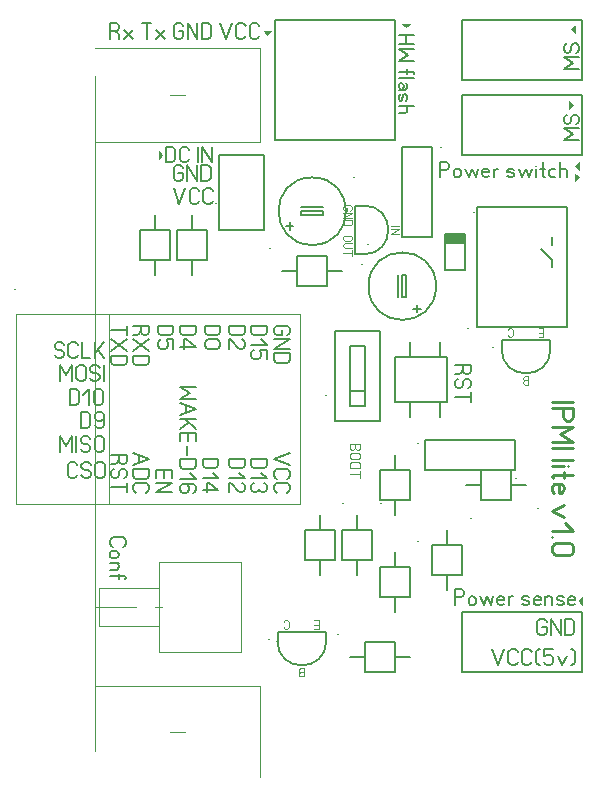
<source format=gbr>
%FSLAX34Y34*%
%MOMM*%
%LNCOPPER_BOTTOM*%
G71*
G01*
%ADD10C, 0.10*%
%ADD11C, 0.17*%
%ADD12C, 0.21*%
%ADD13C, 0.20*%
%ADD14C, 0.15*%
%ADD15C, 0.17*%
%ADD16C, 0.09*%
%ADD17C, 0.11*%
%ADD18C, 0.22*%
%LPD*%
G54D10*
X95250Y923925D02*
X95250Y352425D01*
G54D10*
X158750Y908050D02*
X171450Y908050D01*
G54D10*
X158750Y368300D02*
X171450Y368300D01*
G54D10*
X95250Y474662D02*
X130175Y474662D01*
G54D10*
X269116Y722296D02*
X269116Y561958D01*
X28609Y561958D01*
X28609Y722296D01*
X269116Y722296D01*
G54D10*
X107191Y722296D02*
X107191Y562752D01*
X107984Y561958D01*
G54D11*
X253595Y708733D02*
X253595Y704733D01*
X249428Y704733D01*
X247761Y705733D01*
X246928Y707733D01*
X246928Y709733D01*
X247761Y711733D01*
X249428Y712733D01*
X257761Y712733D01*
X259428Y711733D01*
X260261Y709733D01*
X260261Y707733D01*
X259428Y705733D01*
X257761Y704733D01*
G54D11*
X246928Y701033D02*
X260261Y701033D01*
X246928Y693033D01*
X260261Y693033D01*
G54D11*
X246928Y689333D02*
X260261Y689333D01*
X260261Y684333D01*
X259428Y682333D01*
X257761Y681333D01*
X249428Y681333D01*
X247761Y682333D01*
X246928Y684333D01*
X246928Y689333D01*
G54D11*
X227878Y712733D02*
X241211Y712733D01*
X241211Y707733D01*
X240378Y705733D01*
X238711Y704733D01*
X230378Y704733D01*
X228711Y705733D01*
X227878Y707733D01*
X227878Y712733D01*
G54D11*
X236211Y701033D02*
X241211Y696033D01*
X227878Y696033D01*
G54D11*
X241211Y684333D02*
X241211Y692333D01*
X235378Y692333D01*
X235378Y691333D01*
X236211Y689333D01*
X236211Y687333D01*
X235378Y685333D01*
X233711Y684333D01*
X230378Y684333D01*
X228711Y685333D01*
X227878Y687333D01*
X227878Y689333D01*
X228711Y691333D01*
X230378Y692333D01*
G54D11*
X208828Y712733D02*
X222161Y712733D01*
X222161Y707733D01*
X221328Y705733D01*
X219661Y704733D01*
X211328Y704733D01*
X209661Y705733D01*
X208828Y707733D01*
X208828Y712733D01*
G54D11*
X208828Y693033D02*
X208828Y701033D01*
X209661Y701033D01*
X211328Y700033D01*
X216328Y694033D01*
X217995Y693033D01*
X219661Y693033D01*
X221328Y694033D01*
X222161Y696033D01*
X222161Y698033D01*
X221328Y700033D01*
X219661Y701033D01*
G54D11*
X188191Y712733D02*
X201524Y712733D01*
X201524Y707733D01*
X200691Y705733D01*
X199024Y704733D01*
X190691Y704733D01*
X189024Y705733D01*
X188191Y707733D01*
X188191Y712733D01*
G54D11*
X199024Y693033D02*
X190691Y693033D01*
X189024Y694033D01*
X188191Y696033D01*
X188191Y698033D01*
X189024Y700033D01*
X190691Y701033D01*
X199024Y701033D01*
X200691Y700033D01*
X201524Y698033D01*
X201524Y696033D01*
X200691Y694033D01*
X199024Y693033D01*
G54D11*
X167553Y712733D02*
X180886Y712733D01*
X180886Y707733D01*
X180053Y705733D01*
X178386Y704733D01*
X170053Y704733D01*
X168386Y705733D01*
X167553Y707733D01*
X167553Y712733D01*
G54D11*
X167553Y695033D02*
X180886Y695033D01*
X172553Y701033D01*
X170886Y701033D01*
X170886Y693033D01*
G54D11*
X134532Y708733D02*
X132866Y705733D01*
X131199Y704733D01*
X127866Y704733D01*
G54D11*
X127866Y712733D02*
X141199Y712733D01*
X141199Y707733D01*
X140366Y705733D01*
X138699Y704733D01*
X137032Y704733D01*
X135366Y705733D01*
X134532Y707733D01*
X134532Y712733D01*
G54D11*
X141199Y701033D02*
X127866Y691033D01*
G54D11*
X127866Y701033D02*
X141199Y691033D01*
G54D11*
X127866Y687333D02*
X141199Y687333D01*
X141199Y682333D01*
X140366Y680333D01*
X138699Y679333D01*
X130366Y679333D01*
X128699Y680333D01*
X127866Y682333D01*
X127866Y687333D01*
G54D11*
X108816Y708733D02*
X122149Y708733D01*
G54D11*
X122149Y712733D02*
X122149Y704733D01*
G54D11*
X122149Y701033D02*
X108816Y691033D01*
G54D11*
X108816Y701033D02*
X122149Y691033D01*
G54D11*
X108816Y687333D02*
X122149Y687333D01*
X122149Y682333D01*
X121316Y680333D01*
X119649Y679333D01*
X111316Y679333D01*
X109649Y680333D01*
X108816Y682333D01*
X108816Y687333D01*
G54D11*
X148503Y712733D02*
X161836Y712733D01*
X161836Y707733D01*
X161003Y705733D01*
X159336Y704733D01*
X151003Y704733D01*
X149336Y705733D01*
X148503Y707733D01*
X148503Y712733D01*
G54D11*
X161836Y693033D02*
X161836Y701033D01*
X156003Y701033D01*
X156003Y700033D01*
X156836Y698033D01*
X156836Y696033D01*
X156003Y694033D01*
X154336Y693033D01*
X151003Y693033D01*
X149336Y694033D01*
X148503Y696033D01*
X148503Y698033D01*
X149336Y700033D01*
X151003Y701033D01*
G54D11*
X260261Y604783D02*
X246928Y599783D01*
X260261Y594783D01*
G54D11*
X249428Y583083D02*
X247761Y584083D01*
X246928Y586083D01*
X246928Y588083D01*
X247761Y590083D01*
X249428Y591083D01*
X257761Y591083D01*
X259428Y590083D01*
X260261Y588083D01*
X260261Y586083D01*
X259428Y584083D01*
X257761Y583083D01*
G54D11*
X249428Y571383D02*
X247761Y572383D01*
X246928Y574383D01*
X246928Y576383D01*
X247761Y578383D01*
X249428Y579383D01*
X257761Y579383D01*
X259428Y578383D01*
X260261Y576383D01*
X260261Y574383D01*
X259428Y572383D01*
X257761Y571383D01*
G54D11*
X227878Y600021D02*
X241211Y600021D01*
X241211Y595021D01*
X240378Y593021D01*
X238711Y592021D01*
X230378Y592021D01*
X228711Y593021D01*
X227878Y595021D01*
X227878Y600021D01*
G54D11*
X236211Y588321D02*
X241211Y583321D01*
X227878Y583321D01*
G54D11*
X238711Y579621D02*
X240378Y578621D01*
X241211Y576621D01*
X241211Y574621D01*
X240378Y572621D01*
X238711Y571621D01*
X237045Y571621D01*
X235378Y572621D01*
X234545Y574621D01*
X233711Y572621D01*
X232045Y571621D01*
X230378Y571621D01*
X228711Y572621D01*
X227878Y574621D01*
X227878Y576621D01*
X228711Y578621D01*
X230378Y579621D01*
G54D11*
X208828Y600021D02*
X222161Y600021D01*
X222161Y595021D01*
X221328Y593021D01*
X219661Y592021D01*
X211328Y592021D01*
X209661Y593021D01*
X208828Y595021D01*
X208828Y600021D01*
G54D11*
X217161Y588321D02*
X222161Y583321D01*
X208828Y583321D01*
G54D11*
X208828Y571621D02*
X208828Y579621D01*
X209661Y579621D01*
X211328Y578621D01*
X216328Y572621D01*
X217995Y571621D01*
X219661Y571621D01*
X221328Y572621D01*
X222161Y574621D01*
X222161Y576621D01*
X221328Y578621D01*
X219661Y579621D01*
G54D11*
X186603Y600021D02*
X199936Y600021D01*
X199936Y595021D01*
X199103Y593021D01*
X197436Y592021D01*
X189103Y592021D01*
X187436Y593021D01*
X186603Y595021D01*
X186603Y600021D01*
G54D11*
X194936Y588321D02*
X199936Y583321D01*
X186603Y583321D01*
G54D11*
X186603Y573621D02*
X199936Y573621D01*
X191603Y579621D01*
X189936Y579621D01*
X189936Y571621D01*
G54D11*
X180886Y660933D02*
X167553Y660933D01*
X175886Y655933D01*
X167553Y650933D01*
X180886Y650933D01*
G54D11*
X167553Y647233D02*
X180886Y642233D01*
X167553Y637233D01*
G54D11*
X172553Y645233D02*
X172553Y639233D01*
G54D11*
X167553Y633533D02*
X180886Y633533D01*
G54D11*
X171720Y633533D02*
X180886Y625533D01*
G54D11*
X174220Y630533D02*
X167553Y625533D01*
G54D11*
X167553Y614833D02*
X167553Y621833D01*
X180886Y621833D01*
X180886Y614833D01*
G54D11*
X174220Y621833D02*
X174220Y614833D01*
G54D11*
X173386Y611133D02*
X173386Y603133D01*
G54D11*
X167553Y599433D02*
X180886Y599433D01*
X180886Y594433D01*
X180053Y592433D01*
X178386Y591433D01*
X170053Y591433D01*
X168386Y592433D01*
X167553Y594433D01*
X167553Y599433D01*
G54D11*
X175886Y587733D02*
X180886Y582733D01*
X167553Y582733D01*
G54D11*
X178386Y571033D02*
X180053Y572033D01*
X180886Y574033D01*
X180886Y576033D01*
X180053Y578033D01*
X178386Y579033D01*
X174220Y579033D01*
X173386Y579033D01*
X175053Y576033D01*
X175053Y574033D01*
X174220Y572033D01*
X172553Y571033D01*
X170053Y571033D01*
X168386Y572033D01*
X167553Y574033D01*
X167553Y576033D01*
X168386Y578033D01*
X170053Y579033D01*
X174220Y579033D01*
G54D11*
X146916Y583496D02*
X146916Y590496D01*
X160249Y590496D01*
X160249Y583496D01*
G54D11*
X153582Y590496D02*
X153582Y583496D01*
G54D11*
X146916Y579796D02*
X160249Y579796D01*
X146916Y571796D01*
X160249Y571796D01*
G54D11*
X127866Y604783D02*
X141199Y599783D01*
X127866Y594783D01*
G54D11*
X132866Y602783D02*
X132866Y596783D01*
G54D11*
X127866Y591083D02*
X141199Y591083D01*
X141199Y586083D01*
X140366Y584083D01*
X138699Y583083D01*
X130366Y583083D01*
X128699Y584083D01*
X127866Y586083D01*
X127866Y591083D01*
G54D11*
X130366Y571383D02*
X128699Y572383D01*
X127866Y574383D01*
X127866Y576383D01*
X128699Y578383D01*
X130366Y579383D01*
X138699Y579383D01*
X140366Y578383D01*
X141199Y576383D01*
X141199Y574383D01*
X140366Y572383D01*
X138699Y571383D01*
G54D11*
X115482Y599196D02*
X113816Y596196D01*
X112149Y595196D01*
X108816Y595196D01*
G54D11*
X108816Y603196D02*
X122149Y603196D01*
X122149Y598196D01*
X121316Y596196D01*
X119649Y595196D01*
X117982Y595196D01*
X116316Y596196D01*
X115482Y598196D01*
X115482Y603196D01*
G54D11*
X111316Y591496D02*
X109649Y590496D01*
X108816Y588496D01*
X108816Y586496D01*
X109649Y584496D01*
X111316Y583496D01*
X112982Y583496D01*
X114649Y584496D01*
X115482Y586496D01*
X115482Y588496D01*
X116316Y590496D01*
X117982Y591496D01*
X119649Y591496D01*
X121316Y590496D01*
X122149Y588496D01*
X122149Y586496D01*
X121316Y584496D01*
X119649Y583496D01*
G54D11*
X108816Y575796D02*
X122149Y575796D01*
G54D11*
X122149Y579796D02*
X122149Y571796D01*
G54D11*
X61191Y687646D02*
X62191Y685979D01*
X64191Y685146D01*
X66191Y685146D01*
X68191Y685979D01*
X69191Y687646D01*
X69191Y689312D01*
X68191Y690979D01*
X66191Y691812D01*
X64191Y691812D01*
X62191Y692646D01*
X61191Y694312D01*
X61191Y695979D01*
X62191Y697646D01*
X64191Y698479D01*
X66191Y698479D01*
X68191Y697646D01*
X69191Y695979D01*
G54D11*
X80891Y687646D02*
X79891Y685979D01*
X77891Y685146D01*
X75891Y685146D01*
X73891Y685979D01*
X72891Y687646D01*
X72891Y695979D01*
X73891Y697646D01*
X75891Y698479D01*
X77891Y698479D01*
X79891Y697646D01*
X80891Y695979D01*
G54D11*
X84591Y698479D02*
X84591Y685146D01*
X91591Y685146D01*
G54D11*
X95291Y685146D02*
X95291Y698479D01*
G54D11*
X95291Y689312D02*
X103291Y698479D01*
G54D11*
X98291Y691812D02*
X103291Y685146D01*
G54D11*
X65953Y666096D02*
X65953Y679429D01*
X70953Y671096D01*
X75953Y679429D01*
X75953Y666096D01*
G54D11*
X87653Y676929D02*
X87653Y668596D01*
X86653Y666929D01*
X84653Y666096D01*
X82653Y666096D01*
X80653Y666929D01*
X79653Y668596D01*
X79653Y676929D01*
X80653Y678596D01*
X82653Y679429D01*
X84653Y679429D01*
X86653Y678596D01*
X87653Y676929D01*
G54D11*
X91353Y668596D02*
X92353Y666929D01*
X94353Y666096D01*
X96353Y666096D01*
X98353Y666929D01*
X99353Y668596D01*
X99353Y670262D01*
X98353Y671929D01*
X96353Y672762D01*
X94353Y672762D01*
X92353Y673596D01*
X91353Y675262D01*
X91353Y676929D01*
X92353Y678596D01*
X94353Y679429D01*
X96353Y679429D01*
X98353Y678596D01*
X99353Y676929D01*
G54D11*
X103053Y666096D02*
X103053Y679429D01*
G54D11*
X73891Y645458D02*
X73891Y658792D01*
X78891Y658792D01*
X80891Y657958D01*
X81891Y656292D01*
X81891Y647958D01*
X80891Y646292D01*
X78891Y645458D01*
X73891Y645458D01*
G54D11*
X85591Y653792D02*
X90591Y658792D01*
X90591Y645458D01*
G54D11*
X102291Y656292D02*
X102291Y647958D01*
X101291Y646292D01*
X99291Y645458D01*
X97291Y645458D01*
X95291Y646292D01*
X94291Y647958D01*
X94291Y656292D01*
X95291Y657958D01*
X97291Y658792D01*
X99291Y658792D01*
X101291Y657958D01*
X102291Y656292D01*
G54D11*
X83416Y626408D02*
X83416Y639742D01*
X88416Y639742D01*
X90416Y638908D01*
X91416Y637242D01*
X91416Y628908D01*
X90416Y627242D01*
X88416Y626408D01*
X83416Y626408D01*
G54D11*
X95116Y628908D02*
X96116Y627242D01*
X98116Y626408D01*
X100116Y626408D01*
X102116Y627242D01*
X103116Y628908D01*
X103116Y633075D01*
X103116Y633908D01*
X100116Y632242D01*
X98116Y632242D01*
X96116Y633075D01*
X95116Y634742D01*
X95116Y637242D01*
X96116Y638908D01*
X98116Y639742D01*
X100116Y639742D01*
X102116Y638908D01*
X103116Y637242D01*
X103116Y633075D01*
G54D11*
X65953Y605771D02*
X65953Y619104D01*
X70953Y610771D01*
X75953Y619104D01*
X75953Y605771D01*
G54D11*
X79653Y605771D02*
X79653Y619104D01*
G54D11*
X83353Y608271D02*
X84353Y606604D01*
X86353Y605771D01*
X88353Y605771D01*
X90353Y606604D01*
X91353Y608271D01*
X91353Y609937D01*
X90353Y611604D01*
X88353Y612437D01*
X86353Y612437D01*
X84353Y613271D01*
X83353Y614937D01*
X83353Y616604D01*
X84353Y618271D01*
X86353Y619104D01*
X88353Y619104D01*
X90353Y618271D01*
X91353Y616604D01*
G54D11*
X103053Y616604D02*
X103053Y608271D01*
X102053Y606604D01*
X100053Y605771D01*
X98053Y605771D01*
X96053Y606604D01*
X95053Y608271D01*
X95053Y616604D01*
X96053Y618271D01*
X98053Y619104D01*
X100053Y619104D01*
X102053Y618271D01*
X103053Y616604D01*
G54D11*
X80303Y586046D02*
X79303Y584379D01*
X77303Y583546D01*
X75303Y583546D01*
X73303Y584379D01*
X72303Y586046D01*
X72303Y594379D01*
X73303Y596046D01*
X75303Y596879D01*
X77303Y596879D01*
X79303Y596046D01*
X80303Y594379D01*
G54D11*
X84003Y586046D02*
X85003Y584379D01*
X87003Y583546D01*
X89003Y583546D01*
X91003Y584379D01*
X92003Y586046D01*
X92003Y587712D01*
X91003Y589379D01*
X89003Y590212D01*
X87003Y590212D01*
X85003Y591046D01*
X84003Y592712D01*
X84003Y594379D01*
X85003Y596046D01*
X87003Y596879D01*
X89003Y596879D01*
X91003Y596046D01*
X92003Y594379D01*
G54D11*
X103703Y594379D02*
X103703Y586046D01*
X102703Y584379D01*
X100703Y583546D01*
X98703Y583546D01*
X96703Y584379D01*
X95703Y586046D01*
X95703Y594379D01*
X96703Y596046D01*
X98703Y596879D01*
X100703Y596879D01*
X102703Y596046D01*
X103703Y594379D01*
G54D12*
X28109Y743558D02*
X28109Y743558D01*
G54D10*
X234950Y947738D02*
X234950Y868362D01*
G54D10*
X234950Y947738D02*
X95250Y947738D01*
G54D10*
X234950Y868362D02*
X95250Y868362D01*
G54D10*
X234950Y407988D02*
X234950Y330200D01*
G54D10*
X234950Y407988D02*
X95250Y407988D01*
G54D10*
X200025Y512762D02*
X149225Y512762D01*
G54D10*
X200025Y436562D02*
X149225Y436562D01*
X149225Y512762D01*
G54D10*
X200025Y512762D02*
X219075Y512762D01*
X219075Y436562D01*
X200025Y436562D01*
G54D10*
X152400Y474662D02*
X146050Y474662D01*
G54D10*
X98425Y490538D02*
X98425Y458788D01*
G54D10*
X98425Y490538D02*
X149225Y490538D01*
G54D10*
X98425Y458788D02*
X149225Y458788D01*
G54D13*
X419100Y711302D02*
X419100Y812902D01*
X495300Y812902D01*
X495300Y711302D01*
X419100Y711302D01*
G54D13*
X482600Y762102D02*
X482600Y768452D01*
X473075Y777977D01*
G54D13*
X482600Y781152D02*
X482600Y787502D01*
G54D12*
X411600Y710302D02*
X411600Y710302D01*
G54D14*
X408750Y789900D02*
X391350Y789900D01*
X391350Y759500D01*
X408750Y759500D01*
X408750Y789900D01*
G36*
X408650Y789800D02*
X391950Y789800D01*
X391950Y782600D01*
X408650Y782600D01*
X408650Y789800D01*
G37*
G54D10*
X408650Y789800D02*
X391950Y789800D01*
X391950Y782600D01*
X408650Y782600D01*
X408650Y789800D01*
G54D12*
X416000Y809100D02*
X416000Y809100D01*
G54D13*
X247650Y971550D02*
X349250Y971550D01*
X349250Y869950D01*
X247650Y869950D01*
X247650Y971550D01*
G54D15*
X111950Y962342D02*
X114950Y960675D01*
X115950Y959008D01*
X115950Y955675D01*
G54D15*
X107950Y955675D02*
X107950Y969008D01*
X112950Y969008D01*
X114950Y968175D01*
X115950Y966508D01*
X115950Y964842D01*
X114950Y963175D01*
X112950Y962342D01*
X107950Y962342D01*
G54D15*
X119617Y963175D02*
X127617Y955675D01*
G54D15*
X119617Y955675D02*
X127617Y963175D01*
G54D15*
X139151Y955675D02*
X139151Y969008D01*
G54D15*
X135151Y969008D02*
X143151Y969008D01*
G54D15*
X146818Y963175D02*
X154818Y955675D01*
G54D15*
X146818Y955675D02*
X154818Y963175D01*
G54D15*
X166352Y962342D02*
X170352Y962342D01*
X170352Y958175D01*
X169352Y956508D01*
X167352Y955675D01*
X165352Y955675D01*
X163352Y956508D01*
X162352Y958175D01*
X162352Y966508D01*
X163352Y968175D01*
X165352Y969008D01*
X167352Y969008D01*
X169352Y968175D01*
X170352Y966508D01*
G54D15*
X174019Y955675D02*
X174019Y969008D01*
X182019Y955675D01*
X182019Y969008D01*
G54D15*
X185686Y955675D02*
X185686Y969008D01*
X190686Y969008D01*
X192686Y968175D01*
X193686Y966508D01*
X193686Y958175D01*
X192686Y956508D01*
X190686Y955675D01*
X185686Y955675D01*
G54D15*
X201220Y969008D02*
X206220Y955675D01*
X211220Y969008D01*
G54D15*
X222887Y958175D02*
X221887Y956508D01*
X219887Y955675D01*
X217887Y955675D01*
X215887Y956508D01*
X214887Y958175D01*
X214887Y966508D01*
X215887Y968175D01*
X217887Y969008D01*
X219887Y969008D01*
X221887Y968175D01*
X222887Y966508D01*
G54D15*
X234554Y958175D02*
X233554Y956508D01*
X231554Y955675D01*
X229554Y955675D01*
X227554Y956508D01*
X226554Y958175D01*
X226554Y966508D01*
X227554Y968175D01*
X229554Y969008D01*
X231554Y969008D01*
X233554Y968175D01*
X234554Y966508D01*
G54D13*
X200025Y857250D02*
X238125Y857250D01*
X238125Y793750D01*
X200025Y793750D01*
X200025Y857250D01*
G54D15*
X165925Y841692D02*
X169925Y841692D01*
X169925Y837525D01*
X168925Y835858D01*
X166925Y835025D01*
X164925Y835025D01*
X162925Y835858D01*
X161925Y837525D01*
X161925Y845858D01*
X162925Y847525D01*
X164925Y848358D01*
X166925Y848358D01*
X168925Y847525D01*
X169925Y845858D01*
G54D15*
X173592Y835025D02*
X173592Y848358D01*
X181592Y835025D01*
X181592Y848358D01*
G54D15*
X185259Y835025D02*
X185259Y848358D01*
X190259Y848358D01*
X192259Y847525D01*
X193259Y845858D01*
X193259Y837525D01*
X192259Y835858D01*
X190259Y835025D01*
X185259Y835025D01*
G54D15*
X161925Y829308D02*
X166925Y815975D01*
X171925Y829308D01*
G54D15*
X183592Y818475D02*
X182592Y816808D01*
X180592Y815975D01*
X178592Y815975D01*
X176592Y816808D01*
X175592Y818475D01*
X175592Y826808D01*
X176592Y828475D01*
X178592Y829308D01*
X180592Y829308D01*
X182592Y828475D01*
X183592Y826808D01*
G54D15*
X195259Y818475D02*
X194259Y816808D01*
X192259Y815975D01*
X190259Y815975D01*
X188259Y816808D01*
X187259Y818475D01*
X187259Y826808D01*
X188259Y828475D01*
X190259Y829308D01*
X192259Y829308D01*
X194259Y828475D01*
X195259Y826808D01*
G54D14*
X288899Y809625D02*
X288899Y806425D01*
X269899Y806424D01*
X269899Y809625D01*
X288899Y809625D01*
G54D14*
G75*
G01X279399Y781025D02*
G03X279399Y781025I0J28600D01*
G01*
G54D14*
X263499Y796925D02*
X257199Y796924D01*
G54D14*
X260299Y800125D02*
X260299Y793725D01*
G54D14*
X288899Y812825D02*
X269899Y812824D01*
G54D12*
X315088Y838975D02*
X315088Y838975D01*
G54D14*
X355600Y755625D02*
X358800Y755625D01*
X358800Y736625D01*
X355600Y736625D01*
X355600Y755625D01*
G54D14*
G75*
G01X384200Y746125D02*
G03X384200Y746125I-28600J0D01*
G01*
G54D14*
X368300Y730225D02*
X368300Y723925D01*
G54D14*
X365100Y727025D02*
X371500Y727025D01*
G54D14*
X352400Y755625D02*
X352400Y736625D01*
G54D12*
X326250Y781814D02*
X326250Y781814D01*
G54D14*
X381000Y863600D02*
X355600Y863600D01*
X355600Y787400D01*
X381000Y787400D01*
X381000Y863600D01*
G54D12*
X388250Y864350D02*
X388250Y864350D01*
G54D14*
X298450Y631825D02*
X336550Y631825D01*
X336550Y708025D01*
X298450Y708025D01*
X298450Y631825D01*
G54D14*
X311150Y644525D02*
X323850Y644525D01*
X323850Y688975D01*
X323850Y695325D01*
X311150Y695325D01*
X311150Y644525D01*
G54D14*
X311150Y657225D02*
X323850Y657225D01*
G54D12*
X291200Y654325D02*
X291200Y654325D01*
G54D13*
X349250Y647700D02*
X349250Y685800D01*
X393700Y685800D01*
X393700Y647700D01*
X349250Y647700D01*
G54D13*
X361950Y685800D02*
X361950Y698500D01*
G54D13*
X361950Y647700D02*
X361950Y635000D01*
G54D13*
X387350Y647700D02*
X387350Y635000D01*
G54D13*
X387350Y685800D02*
X387350Y698500D01*
G54D13*
X508000Y469900D02*
X508000Y419100D01*
X406400Y419100D01*
X406400Y469900D01*
X508000Y469900D01*
G54D14*
X480975Y692850D02*
X480975Y700850D01*
X439775Y700850D01*
X439775Y692850D01*
G54D14*
G75*
G01X439675Y692950D02*
G03X481075Y692950I20700J0D01*
G01*
G54D16*
X470975Y710450D02*
X474675Y710450D01*
X474675Y703350D01*
X470975Y703350D01*
G54D16*
X474675Y706850D02*
X470975Y706850D01*
G54D16*
X461975Y669950D02*
X461975Y662850D01*
X459275Y662850D01*
X458275Y663250D01*
X457675Y664150D01*
X457675Y665050D01*
X458275Y665950D01*
X459275Y666350D01*
X458275Y666850D01*
X457675Y667750D01*
X457675Y668650D01*
X458275Y669550D01*
X459275Y669950D01*
X461975Y669950D01*
G54D16*
X461975Y666350D02*
X459275Y666350D01*
G54D16*
X444875Y709150D02*
X445475Y710050D01*
X446475Y710450D01*
X447575Y710450D01*
X448675Y710050D01*
X449175Y709150D01*
X449175Y704650D01*
X448675Y703750D01*
X447575Y703350D01*
X446475Y703350D01*
X445475Y703750D01*
X444875Y704650D01*
G54D12*
X432425Y694900D02*
X432425Y694900D01*
G54D13*
X508000Y908050D02*
X508000Y857250D01*
X406400Y857250D01*
X406400Y908050D01*
X508000Y908050D01*
G54D13*
X508000Y971550D02*
X508000Y920750D01*
X406400Y920750D01*
X406400Y971550D01*
X508000Y971550D01*
G54D14*
X323150Y814350D02*
X315150Y814350D01*
X315150Y773150D01*
X323150Y773150D01*
G54D14*
G75*
G01X323050Y773050D02*
G03X323050Y814450I0J20700D01*
G01*
G54D16*
X309150Y812350D02*
X309150Y810150D01*
X306850Y810150D01*
X305950Y810750D01*
X305550Y811750D01*
X305550Y812850D01*
X305950Y813950D01*
X306850Y814450D01*
X311350Y814450D01*
X312250Y813950D01*
X312650Y812850D01*
X312650Y811750D01*
X312250Y810750D01*
X311350Y810150D01*
G54D16*
X305550Y808150D02*
X312650Y808150D01*
X305550Y803850D01*
X312650Y803850D01*
G54D16*
X305550Y801850D02*
X312650Y801850D01*
X312650Y799150D01*
X312250Y798150D01*
X311350Y797550D01*
X306850Y797550D01*
X305950Y798150D01*
X305550Y799150D01*
X305550Y801850D01*
G54D16*
X346050Y796850D02*
X353150Y796850D01*
G54D16*
X346050Y794850D02*
X353150Y794850D01*
X346050Y790550D01*
X353150Y790550D01*
G54D16*
X311350Y784650D02*
X306850Y784650D01*
X305950Y785250D01*
X305550Y786250D01*
X305550Y787350D01*
X305950Y788450D01*
X306850Y788950D01*
X311350Y788950D01*
X312250Y788450D01*
X312650Y787350D01*
X312650Y786250D01*
X312250Y785250D01*
X311350Y784650D01*
G54D16*
X312650Y782650D02*
X306850Y782650D01*
X305950Y782150D01*
X305550Y781050D01*
X305550Y779950D01*
X305950Y778950D01*
X306850Y778350D01*
X312650Y778350D01*
G54D16*
X305550Y774250D02*
X312650Y774250D01*
G54D16*
X312650Y776350D02*
X312650Y772050D01*
G54D12*
X321100Y765160D02*
X321100Y765160D01*
G54D14*
X361950Y508000D02*
X336550Y508000D01*
X336550Y482600D01*
X361950Y482600D01*
X361950Y508000D01*
G54D14*
X349250Y520700D02*
X349250Y508000D01*
G54D14*
X349250Y482600D02*
X349250Y469900D01*
G54D12*
X369200Y530700D02*
X369200Y530700D01*
G54D14*
X447675Y565150D02*
X447675Y590550D01*
X422275Y590550D01*
X422275Y565150D01*
X447675Y565150D01*
G54D14*
X460375Y577850D02*
X447675Y577850D01*
G54D14*
X422275Y577850D02*
X409575Y577850D01*
G54D12*
X470375Y557900D02*
X470375Y557900D01*
G54D14*
X291156Y445653D02*
X291156Y453653D01*
X249956Y453653D01*
X249956Y445653D01*
G54D14*
G75*
G01X249856Y445753D02*
G03X291256Y445753I20700J0D01*
G01*
G54D16*
X281156Y463253D02*
X284856Y463253D01*
X284856Y456153D01*
X281156Y456153D01*
G54D16*
X284856Y459653D02*
X281156Y459653D01*
G54D16*
X272156Y422753D02*
X272156Y415653D01*
X269456Y415653D01*
X268456Y416053D01*
X267856Y416953D01*
X267856Y417853D01*
X268456Y418753D01*
X269456Y419153D01*
X268456Y419653D01*
X267856Y420553D01*
X267856Y421453D01*
X268456Y422353D01*
X269456Y422753D01*
X272156Y422753D01*
G54D16*
X272156Y419153D02*
X269456Y419153D01*
G54D16*
X255056Y461953D02*
X255656Y462853D01*
X256656Y463253D01*
X257756Y463253D01*
X258856Y462853D01*
X259356Y461953D01*
X259356Y457453D01*
X258856Y456553D01*
X257756Y456153D01*
X256656Y456153D01*
X255656Y456553D01*
X255056Y457453D01*
G54D12*
X242606Y447703D02*
X242606Y447703D01*
G54D14*
X323850Y444500D02*
X323850Y419100D01*
X349250Y419100D01*
X349250Y444500D01*
X323850Y444500D01*
G54D14*
X311150Y431800D02*
X323850Y431800D01*
G54D14*
X349250Y431800D02*
X361950Y431800D01*
G54D12*
X301150Y451750D02*
X301150Y451750D01*
G54D14*
X266700Y771525D02*
X266700Y746125D01*
X292100Y746125D01*
X292100Y771525D01*
X266700Y771525D01*
G54D14*
X254000Y758825D02*
X266700Y758825D01*
G54D14*
X292100Y758825D02*
X304800Y758825D01*
G54D12*
X244000Y778775D02*
X244000Y778775D01*
G54D14*
X158750Y793750D02*
X133350Y793750D01*
X133350Y768350D01*
X158750Y768350D01*
X158750Y793750D01*
G54D14*
X146050Y806450D02*
X146050Y793750D01*
G54D14*
X146050Y768350D02*
X146050Y755650D01*
G54D12*
X166000Y816450D02*
X166000Y816450D01*
G54D14*
X190500Y793750D02*
X165100Y793750D01*
X165100Y768350D01*
X190500Y768350D01*
X190500Y793750D01*
G54D14*
X177800Y806450D02*
X177800Y793750D01*
G54D14*
X177800Y768350D02*
X177800Y755650D01*
G54D12*
X197750Y816450D02*
X197750Y816450D01*
G54D14*
X361950Y590550D02*
X336550Y590550D01*
X336550Y565150D01*
X361950Y565150D01*
X361950Y590550D01*
G54D14*
X349250Y603250D02*
X349250Y590550D01*
G54D14*
X349250Y565150D02*
X349250Y552450D01*
G54D12*
X369200Y613250D02*
X369200Y613250D01*
G54D14*
X298450Y539750D02*
X273050Y539750D01*
X273050Y514350D01*
X298450Y514350D01*
X298450Y539750D01*
G54D14*
X285750Y552450D02*
X285750Y539750D01*
G54D14*
X285750Y514350D02*
X285750Y501650D01*
G54D12*
X305700Y562450D02*
X305700Y562450D01*
G54D14*
X330200Y539750D02*
X304800Y539750D01*
X304800Y514350D01*
X330200Y514350D01*
X330200Y539750D01*
G54D14*
X317500Y552450D02*
X317500Y539750D01*
G54D14*
X317500Y514350D02*
X317500Y501650D01*
G54D12*
X337450Y562450D02*
X337450Y562450D01*
G54D15*
X400050Y476250D02*
X400050Y489583D01*
X405050Y489583D01*
X407050Y488750D01*
X408050Y487083D01*
X408050Y485417D01*
X407050Y483750D01*
X405050Y482917D01*
X400050Y482917D01*
G54D15*
X417717Y478250D02*
X417717Y481583D01*
X416717Y483250D01*
X414717Y483750D01*
X412717Y483250D01*
X411717Y481583D01*
X411717Y478250D01*
X412717Y476583D01*
X414717Y476250D01*
X416717Y476583D01*
X417717Y478250D01*
G54D15*
X421384Y483750D02*
X424384Y476250D01*
X427384Y483750D01*
X430384Y476250D01*
X432384Y483750D01*
G54D15*
X442051Y477083D02*
X440451Y476250D01*
X438451Y476250D01*
X436451Y477083D01*
X436051Y478750D01*
X436051Y481583D01*
X437051Y483250D01*
X439051Y483750D01*
X441051Y483250D01*
X442051Y482083D01*
X442051Y480417D01*
X436051Y480417D01*
G54D15*
X445718Y476250D02*
X445718Y483750D01*
G54D15*
X445718Y482083D02*
X447718Y483750D01*
X449718Y483750D01*
G54D15*
X457252Y477083D02*
X459252Y476250D01*
X461252Y476250D01*
X463252Y477083D01*
X463252Y478750D01*
X462252Y479583D01*
X458252Y480417D01*
X457252Y481250D01*
X457252Y482917D01*
X459252Y483750D01*
X461252Y483750D01*
X463252Y482917D01*
G54D15*
X472919Y477083D02*
X471319Y476250D01*
X469319Y476250D01*
X467319Y477083D01*
X466919Y478750D01*
X466919Y481583D01*
X467919Y483250D01*
X469919Y483750D01*
X471919Y483250D01*
X472919Y482083D01*
X472919Y480417D01*
X466919Y480417D01*
G54D15*
X476586Y476250D02*
X476586Y483750D01*
G54D15*
X476586Y482083D02*
X477586Y483250D01*
X479586Y483750D01*
X481586Y483250D01*
X482586Y482083D01*
X482586Y476250D01*
G54D15*
X486253Y477083D02*
X488253Y476250D01*
X490253Y476250D01*
X492253Y477083D01*
X492253Y478750D01*
X491253Y479583D01*
X487253Y480417D01*
X486253Y481250D01*
X486253Y482917D01*
X488253Y483750D01*
X490253Y483750D01*
X492253Y482917D01*
G54D15*
X501920Y477083D02*
X500320Y476250D01*
X498320Y476250D01*
X496320Y477083D01*
X495920Y478750D01*
X495920Y481583D01*
X496920Y483250D01*
X498920Y483750D01*
X500920Y483250D01*
X501920Y482083D01*
X501920Y480417D01*
X495920Y480417D01*
G54D15*
X473900Y457517D02*
X477900Y457517D01*
X477900Y453350D01*
X476900Y451683D01*
X474900Y450850D01*
X472900Y450850D01*
X470900Y451683D01*
X469900Y453350D01*
X469900Y461683D01*
X470900Y463350D01*
X472900Y464183D01*
X474900Y464183D01*
X476900Y463350D01*
X477900Y461683D01*
G54D15*
X481567Y450850D02*
X481567Y464183D01*
X489567Y450850D01*
X489567Y464183D01*
G54D15*
X493234Y450850D02*
X493234Y464183D01*
X498234Y464183D01*
X500234Y463350D01*
X501234Y461683D01*
X501234Y453350D01*
X500234Y451683D01*
X498234Y450850D01*
X493234Y450850D01*
G54D15*
X431800Y438783D02*
X436800Y425450D01*
X441800Y438783D01*
G54D15*
X453467Y427950D02*
X452467Y426283D01*
X450467Y425450D01*
X448467Y425450D01*
X446467Y426283D01*
X445467Y427950D01*
X445467Y436283D01*
X446467Y437950D01*
X448467Y438783D01*
X450467Y438783D01*
X452467Y437950D01*
X453467Y436283D01*
G54D15*
X465134Y427950D02*
X464134Y426283D01*
X462134Y425450D01*
X460134Y425450D01*
X458134Y426283D01*
X457134Y427950D01*
X457134Y436283D01*
X458134Y437950D01*
X460134Y438783D01*
X462134Y438783D01*
X464134Y437950D01*
X465134Y436283D01*
G54D15*
X471801Y438783D02*
X469801Y437950D01*
X468801Y436283D01*
X468801Y427950D01*
X469801Y426283D01*
X471801Y425450D01*
G54D15*
X483468Y438783D02*
X475468Y438783D01*
X475468Y432950D01*
X476468Y432950D01*
X478468Y433783D01*
X480468Y433783D01*
X482468Y432950D01*
X483468Y431283D01*
X483468Y427950D01*
X482468Y426283D01*
X480468Y425450D01*
X478468Y425450D01*
X476468Y426283D01*
X475468Y427950D01*
G54D15*
X487135Y432950D02*
X491135Y425450D01*
X495135Y432950D01*
G54D15*
X498802Y438783D02*
X500802Y437950D01*
X501802Y436283D01*
X501802Y427950D01*
X500802Y426283D01*
X498802Y425450D01*
G54D15*
X494658Y951645D02*
X492992Y950645D01*
X492158Y948645D01*
X492158Y946645D01*
X492992Y944645D01*
X494658Y943645D01*
X496325Y943645D01*
X497992Y944645D01*
X498825Y946645D01*
X498825Y948645D01*
X499658Y950645D01*
X501325Y951645D01*
X502992Y951645D01*
X504658Y950645D01*
X505492Y948645D01*
X505492Y946645D01*
X504658Y944645D01*
X502992Y943645D01*
G54D15*
X505492Y939978D02*
X492158Y939978D01*
X500492Y934978D01*
X492158Y929978D01*
X505492Y929978D01*
G36*
X501650Y966788D02*
X498475Y963612D01*
X501650Y960438D01*
X501650Y966788D01*
G37*
G54D10*
X501650Y966788D02*
X498475Y963612D01*
X501650Y960438D01*
X501650Y966788D01*
G36*
X508000Y482600D02*
X508000Y476250D01*
X504825Y479425D01*
X508000Y482600D01*
G37*
G54D10*
X508000Y482600D02*
X508000Y476250D01*
X504825Y479425D01*
X508000Y482600D01*
G54D15*
X352425Y958850D02*
X365758Y958850D01*
G54D15*
X352425Y950850D02*
X365758Y950850D01*
G54D15*
X359092Y958850D02*
X359092Y950850D01*
G54D15*
X365758Y947183D02*
X352425Y947183D01*
X360758Y942183D01*
X352425Y937183D01*
X365758Y937183D01*
G54D15*
X352425Y927649D02*
X364925Y927649D01*
X365758Y926649D01*
X365258Y925649D01*
G54D15*
X359925Y929649D02*
X359925Y925649D01*
G54D15*
X352425Y921982D02*
X365758Y921982D01*
G54D15*
X359092Y918315D02*
X359925Y916315D01*
X359925Y913915D01*
X358258Y912315D01*
X352425Y912315D01*
G54D15*
X354925Y912315D02*
X356592Y913315D01*
X356925Y915315D01*
X356592Y917315D01*
X354925Y918315D01*
X353258Y917915D01*
X352425Y916315D01*
X352425Y915315D01*
X352425Y914915D01*
X353258Y913315D01*
X354925Y912315D01*
G54D15*
X353258Y908648D02*
X352425Y906648D01*
X352425Y904648D01*
X353258Y902648D01*
X354925Y902648D01*
X355758Y903648D01*
X356592Y907648D01*
X357425Y908648D01*
X359092Y908648D01*
X359925Y906648D01*
X359925Y904648D01*
X359092Y902648D01*
G54D15*
X352425Y898981D02*
X365758Y898981D01*
G54D15*
X357758Y898981D02*
X359425Y897981D01*
X359925Y895981D01*
X359425Y893981D01*
X357758Y892981D01*
X352425Y892981D01*
G36*
X355600Y968375D02*
X361950Y968375D01*
X358775Y965200D01*
X355600Y968375D01*
G37*
G54D10*
X355600Y968375D02*
X361950Y968375D01*
X358775Y965200D01*
X355600Y968375D01*
G54D15*
X406717Y675450D02*
X405050Y672450D01*
X403383Y671450D01*
X400050Y671450D01*
G54D15*
X400050Y679450D02*
X413383Y679450D01*
X413383Y674450D01*
X412550Y672450D01*
X410883Y671450D01*
X409217Y671450D01*
X407550Y672450D01*
X406717Y674450D01*
X406717Y679450D01*
G54D15*
X402550Y667783D02*
X400883Y666783D01*
X400050Y664783D01*
X400050Y662783D01*
X400883Y660783D01*
X402550Y659783D01*
X404217Y659783D01*
X405883Y660783D01*
X406717Y662783D01*
X406717Y664783D01*
X407550Y666783D01*
X409217Y667783D01*
X410883Y667783D01*
X412550Y666783D01*
X413383Y664783D01*
X413383Y662783D01*
X412550Y660783D01*
X410883Y659783D01*
G54D15*
X400050Y652116D02*
X413383Y652116D01*
G54D15*
X413383Y656116D02*
X413383Y648116D01*
G54D17*
X311150Y612775D02*
X320039Y612775D01*
X320039Y609442D01*
X319483Y608108D01*
X318372Y607442D01*
X317261Y607442D01*
X316150Y608108D01*
X315594Y609442D01*
X315039Y608108D01*
X313928Y607442D01*
X312817Y607442D01*
X311706Y608108D01*
X311150Y609442D01*
X311150Y612775D01*
G54D17*
X315594Y612775D02*
X315594Y609442D01*
G54D17*
X318372Y599665D02*
X312817Y599665D01*
X311706Y600331D01*
X311150Y601665D01*
X311150Y602998D01*
X311706Y604331D01*
X312817Y604998D01*
X318372Y604998D01*
X319483Y604331D01*
X320039Y602998D01*
X320039Y601665D01*
X319483Y600331D01*
X318372Y599665D01*
G54D17*
X318372Y591888D02*
X312817Y591888D01*
X311706Y592554D01*
X311150Y593888D01*
X311150Y595221D01*
X311706Y596554D01*
X312817Y597221D01*
X318372Y597221D01*
X319483Y596554D01*
X320039Y595221D01*
X320039Y593888D01*
X319483Y592554D01*
X318372Y591888D01*
G54D17*
X311150Y586777D02*
X320039Y586777D01*
G54D17*
X320039Y589444D02*
X320039Y584111D01*
G54D15*
X110450Y525400D02*
X108783Y526400D01*
X107950Y528400D01*
X107950Y530400D01*
X108783Y532400D01*
X110450Y533400D01*
X118783Y533400D01*
X120450Y532400D01*
X121283Y530400D01*
X121283Y528400D01*
X120450Y526400D01*
X118783Y525400D01*
G54D15*
X109950Y515733D02*
X113283Y515733D01*
X114950Y516733D01*
X115450Y518733D01*
X114950Y520733D01*
X113283Y521733D01*
X109950Y521733D01*
X108283Y520733D01*
X107950Y518733D01*
X108283Y516733D01*
X109950Y515733D01*
G54D15*
X107950Y512066D02*
X115450Y512066D01*
G54D15*
X113783Y512066D02*
X114950Y511066D01*
X115450Y509066D01*
X114950Y507066D01*
X113783Y506066D01*
X107950Y506066D01*
G54D15*
X107950Y500399D02*
X120450Y500399D01*
X121283Y499399D01*
X120783Y498399D01*
G54D15*
X115450Y502399D02*
X115450Y498399D01*
G36*
X238125Y962025D02*
X244475Y962025D01*
X241300Y958850D01*
X238125Y962025D01*
G37*
G54D10*
X238125Y962025D02*
X244475Y962025D01*
X241300Y958850D01*
X238125Y962025D01*
G54D18*
X482600Y647700D02*
X500378Y647700D01*
G54D18*
X482600Y642811D02*
X500378Y642811D01*
X500378Y636144D01*
X499267Y633478D01*
X497044Y632144D01*
X494822Y632144D01*
X492600Y633478D01*
X491489Y636144D01*
X491489Y642811D01*
G54D18*
X482600Y627255D02*
X500378Y627255D01*
X489267Y620588D01*
X500378Y613922D01*
X482600Y613922D01*
G54D18*
X482600Y609033D02*
X500378Y609033D01*
G54D18*
X482600Y598988D02*
X500378Y598988D01*
G54D18*
X482600Y594099D02*
X492600Y594099D01*
G54D18*
X495933Y594099D02*
X495933Y594099D01*
G54D18*
X500378Y586543D02*
X483711Y586543D01*
X482600Y585210D01*
X483044Y583877D01*
G54D18*
X492600Y589210D02*
X492600Y583877D01*
G54D18*
X483711Y570988D02*
X482600Y573121D01*
X482600Y575788D01*
X483711Y578455D01*
X485933Y578988D01*
X489711Y578988D01*
X491933Y577655D01*
X492600Y574988D01*
X491933Y572321D01*
X490378Y570988D01*
X488156Y570988D01*
X488156Y578988D01*
G54D18*
X492600Y560943D02*
X482600Y555610D01*
X492600Y550276D01*
G54D18*
X493711Y545387D02*
X500378Y538720D01*
X482600Y538720D01*
G54D18*
X482600Y533831D02*
X482600Y533831D01*
G54D18*
X497044Y518275D02*
X485933Y518275D01*
X483711Y519609D01*
X482600Y522275D01*
X482600Y524942D01*
X483711Y527609D01*
X485933Y528942D01*
X497044Y528942D01*
X499267Y527609D01*
X500378Y524942D01*
X500378Y522275D01*
X499267Y519609D01*
X497044Y518275D01*
G54D15*
X387350Y838200D02*
X387350Y851533D01*
X392350Y851533D01*
X394350Y850700D01*
X395350Y849033D01*
X395350Y847367D01*
X394350Y845700D01*
X392350Y844867D01*
X387350Y844867D01*
G54D15*
X405017Y840200D02*
X405017Y843533D01*
X404017Y845200D01*
X402017Y845700D01*
X400017Y845200D01*
X399017Y843533D01*
X399017Y840200D01*
X400017Y838533D01*
X402017Y838200D01*
X404017Y838533D01*
X405017Y840200D01*
G54D15*
X408684Y845700D02*
X411684Y838200D01*
X414684Y845700D01*
X417684Y838200D01*
X419684Y845700D01*
G54D15*
X429351Y839033D02*
X427751Y838200D01*
X425751Y838200D01*
X423751Y839033D01*
X423351Y840700D01*
X423351Y843533D01*
X424351Y845200D01*
X426351Y845700D01*
X428351Y845200D01*
X429351Y844033D01*
X429351Y842367D01*
X423351Y842367D01*
G54D15*
X433018Y838200D02*
X433018Y845700D01*
G54D15*
X433018Y844033D02*
X435018Y845700D01*
X437018Y845700D01*
G54D15*
X444552Y839033D02*
X446552Y838200D01*
X448552Y838200D01*
X450552Y839033D01*
X450552Y840700D01*
X449552Y841533D01*
X445552Y842367D01*
X444552Y843200D01*
X444552Y844867D01*
X446552Y845700D01*
X448552Y845700D01*
X450552Y844867D01*
G54D15*
X454219Y845700D02*
X457219Y838200D01*
X460219Y845700D01*
X463219Y838200D01*
X465219Y845700D01*
G54D15*
X468886Y838200D02*
X468886Y845700D01*
G54D15*
X468886Y848200D02*
X468886Y848200D01*
G54D15*
X474553Y851533D02*
X474553Y839033D01*
X475553Y838200D01*
X476553Y838533D01*
G54D15*
X472553Y845700D02*
X476553Y845700D01*
G54D15*
X485220Y845200D02*
X483220Y845700D01*
X481220Y845200D01*
X480220Y843533D01*
X480220Y840200D01*
X481220Y838533D01*
X483220Y838200D01*
X485220Y838533D01*
G54D15*
X488887Y838200D02*
X488887Y851533D01*
G54D15*
X488887Y843533D02*
X489887Y845200D01*
X491887Y845700D01*
X493887Y845200D01*
X494887Y843533D01*
X494887Y838200D01*
G36*
X504825Y850900D02*
X501650Y847725D01*
X504825Y844550D01*
X504825Y850900D01*
G37*
G54D10*
X504825Y850900D02*
X501650Y847725D01*
X504825Y844550D01*
X504825Y850900D01*
G36*
X501650Y835025D02*
X501650Y841375D01*
X504825Y838200D01*
X501650Y835025D01*
G37*
G54D10*
X501650Y835025D02*
X501650Y841375D01*
X504825Y838200D01*
X501650Y835025D01*
G54D15*
X155575Y850900D02*
X155575Y864233D01*
X160575Y864233D01*
X162575Y863400D01*
X163575Y861733D01*
X163575Y853400D01*
X162575Y851733D01*
X160575Y850900D01*
X155575Y850900D01*
G54D15*
X175242Y853400D02*
X174242Y851733D01*
X172242Y850900D01*
X170242Y850900D01*
X168242Y851733D01*
X167242Y853400D01*
X167242Y861733D01*
X168242Y863400D01*
X170242Y864233D01*
X172242Y864233D01*
X174242Y863400D01*
X175242Y861733D01*
G54D15*
X182776Y850900D02*
X182776Y864233D01*
G54D15*
X186443Y850900D02*
X186443Y864233D01*
X194443Y850900D01*
X194443Y864233D01*
G36*
X149225Y860425D02*
X149225Y854075D01*
X152400Y857250D01*
X149225Y860425D01*
G37*
G54D10*
X149225Y860425D02*
X149225Y854075D01*
X152400Y857250D01*
X149225Y860425D01*
G54D14*
X406400Y527050D02*
X381000Y527050D01*
X381000Y501650D01*
X406400Y501650D01*
X406400Y527050D01*
G54D14*
X393700Y539750D02*
X393700Y527050D01*
G54D14*
X393700Y501650D02*
X393700Y488950D01*
G54D12*
X413650Y549750D02*
X413650Y549750D01*
G54D14*
X450850Y590550D02*
X450850Y615950D01*
X374650Y615950D01*
X374650Y590550D01*
X450850Y590550D01*
G54D12*
X451600Y583300D02*
X451600Y583300D01*
G54D15*
X494658Y891320D02*
X492992Y890320D01*
X492158Y888320D01*
X492158Y886320D01*
X492992Y884320D01*
X494658Y883320D01*
X496325Y883320D01*
X497992Y884320D01*
X498825Y886320D01*
X498825Y888320D01*
X499658Y890320D01*
X501325Y891320D01*
X502992Y891320D01*
X504658Y890320D01*
X505492Y888320D01*
X505492Y886320D01*
X504658Y884320D01*
X502992Y883320D01*
G54D15*
X505492Y879653D02*
X492158Y879653D01*
X500492Y874653D01*
X492158Y869653D01*
X505492Y869653D01*
G36*
X496884Y896289D02*
X500059Y899464D01*
X496884Y902639D01*
X496884Y896289D01*
G37*
G54D10*
X496884Y896289D02*
X500059Y899464D01*
X496884Y902639D01*
X496884Y896289D01*
M02*

</source>
